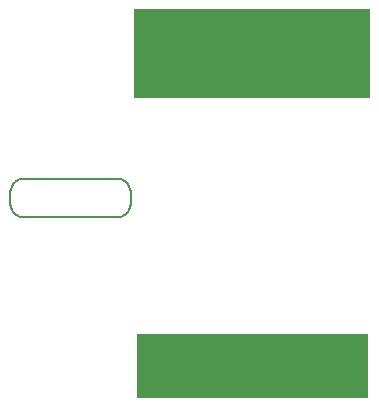
<source format=gko>
G04*
G04 #@! TF.GenerationSoftware,Altium Limited,Altium Designer,21.6.1 (37)*
G04*
G04 Layer_Color=16711935*
%FSLAX44Y44*%
%MOMM*%
G71*
G04*
G04 #@! TF.SameCoordinates,2C954E57-417A-4088-9090-092BEE8FAD55*
G04*
G04*
G04 #@! TF.FilePolarity,Positive*
G04*
G01*
G75*
%ADD12C,0.2000*%
G36*
X449500Y130500D02*
X254500D01*
Y185057D01*
X449500D01*
Y130500D01*
D02*
G37*
G36*
X452000Y384500D02*
X252000D01*
X252000Y460000D01*
X452000D01*
X452000Y384500D01*
D02*
G37*
D12*
X147000Y295000D02*
X147276Y292552D01*
X148089Y290227D01*
X149400Y288142D01*
X151142Y286400D01*
X153227Y285089D01*
X155552Y284276D01*
X158000Y284000D01*
Y316000D02*
X155552Y315724D01*
X153227Y314911D01*
X151142Y313600D01*
X149400Y311858D01*
X148089Y309773D01*
X147276Y307448D01*
X147000Y305000D01*
X249000D02*
X248724Y307448D01*
X247911Y309773D01*
X246600Y311858D01*
X244858Y313600D01*
X242773Y314911D01*
X240448Y315724D01*
X238000Y316000D01*
Y284000D02*
X240448Y284276D01*
X242773Y285089D01*
X244858Y286400D01*
X246600Y288142D01*
X247911Y290227D01*
X248724Y292552D01*
X249000Y295000D01*
X158000Y284000D02*
X198000D01*
X147000Y295000D02*
Y305000D01*
X158000Y316000D02*
X238000D01*
X249000Y295000D02*
Y305000D01*
X198000Y284000D02*
X238000D01*
M02*

</source>
